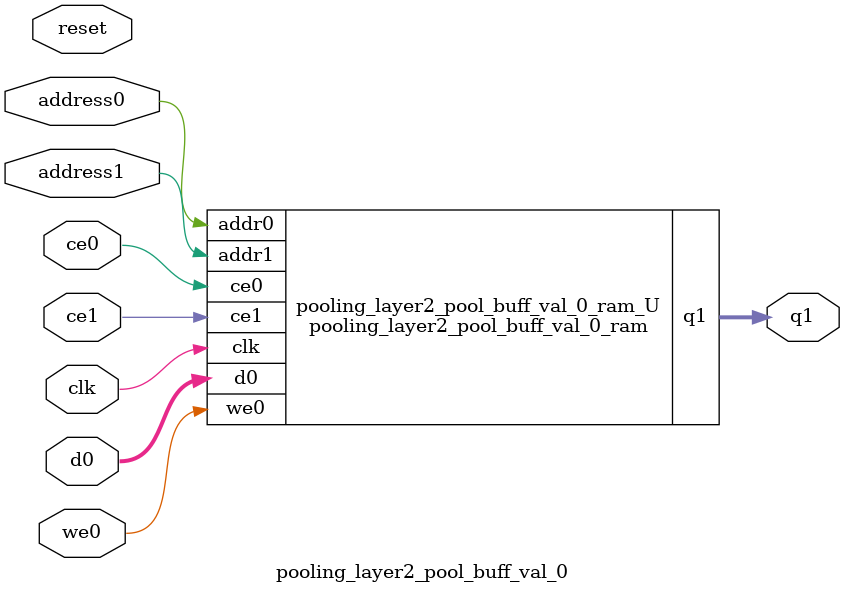
<source format=v>
`timescale 1 ns / 1 ps
module pooling_layer2_pool_buff_val_0_ram (addr0, ce0, d0, we0, addr1, ce1, q1,  clk);

parameter DWIDTH = 32;
parameter AWIDTH = 1;
parameter MEM_SIZE = 2;

input[AWIDTH-1:0] addr0;
input ce0;
input[DWIDTH-1:0] d0;
input we0;
input[AWIDTH-1:0] addr1;
input ce1;
output reg[DWIDTH-1:0] q1;
input clk;

reg [DWIDTH-1:0] ram[0:MEM_SIZE-1];




always @(posedge clk)  
begin 
    if (ce0) begin
        if (we0) 
            ram[addr0] <= d0; 
    end
end


always @(posedge clk)  
begin 
    if (ce1) begin
        q1 <= ram[addr1];
    end
end


endmodule

`timescale 1 ns / 1 ps
module pooling_layer2_pool_buff_val_0(
    reset,
    clk,
    address0,
    ce0,
    we0,
    d0,
    address1,
    ce1,
    q1);

parameter DataWidth = 32'd32;
parameter AddressRange = 32'd2;
parameter AddressWidth = 32'd1;
input reset;
input clk;
input[AddressWidth - 1:0] address0;
input ce0;
input we0;
input[DataWidth - 1:0] d0;
input[AddressWidth - 1:0] address1;
input ce1;
output[DataWidth - 1:0] q1;



pooling_layer2_pool_buff_val_0_ram pooling_layer2_pool_buff_val_0_ram_U(
    .clk( clk ),
    .addr0( address0 ),
    .ce0( ce0 ),
    .we0( we0 ),
    .d0( d0 ),
    .addr1( address1 ),
    .ce1( ce1 ),
    .q1( q1 ));

endmodule


</source>
